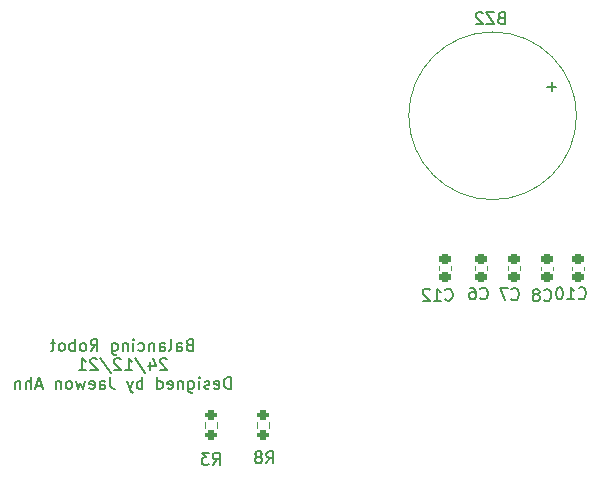
<source format=gbo>
%TF.GenerationSoftware,KiCad,Pcbnew,8.0.5*%
%TF.CreationDate,2024-12-24T01:11:55+09:00*%
%TF.ProjectId,Balancing_robot,42616c61-6e63-4696-9e67-5f726f626f74,rev?*%
%TF.SameCoordinates,Original*%
%TF.FileFunction,Legend,Bot*%
%TF.FilePolarity,Positive*%
%FSLAX46Y46*%
G04 Gerber Fmt 4.6, Leading zero omitted, Abs format (unit mm)*
G04 Created by KiCad (PCBNEW 8.0.5) date 2024-12-24 01:11:55*
%MOMM*%
%LPD*%
G01*
G04 APERTURE LIST*
G04 Aperture macros list*
%AMRoundRect*
0 Rectangle with rounded corners*
0 $1 Rounding radius*
0 $2 $3 $4 $5 $6 $7 $8 $9 X,Y pos of 4 corners*
0 Add a 4 corners polygon primitive as box body*
4,1,4,$2,$3,$4,$5,$6,$7,$8,$9,$2,$3,0*
0 Add four circle primitives for the rounded corners*
1,1,$1+$1,$2,$3*
1,1,$1+$1,$4,$5*
1,1,$1+$1,$6,$7*
1,1,$1+$1,$8,$9*
0 Add four rect primitives between the rounded corners*
20,1,$1+$1,$2,$3,$4,$5,0*
20,1,$1+$1,$4,$5,$6,$7,0*
20,1,$1+$1,$6,$7,$8,$9,0*
20,1,$1+$1,$8,$9,$2,$3,0*%
G04 Aperture macros list end*
%ADD10C,0.150000*%
%ADD11C,0.120000*%
%ADD12C,0.010000*%
%ADD13C,1.524000*%
%ADD14O,1.504000X1.154000*%
%ADD15C,3.200000*%
%ADD16C,2.000000*%
%ADD17R,1.700000X1.700000*%
%ADD18O,1.700000X1.700000*%
%ADD19RoundRect,0.250000X-0.675000X0.600000X-0.675000X-0.600000X0.675000X-0.600000X0.675000X0.600000X0*%
%ADD20O,1.850000X1.700000*%
%ADD21C,1.500000*%
%ADD22R,2.000000X2.000000*%
%ADD23RoundRect,0.225000X-0.250000X0.225000X-0.250000X-0.225000X0.250000X-0.225000X0.250000X0.225000X0*%
%ADD24RoundRect,0.200000X-0.275000X0.200000X-0.275000X-0.200000X0.275000X-0.200000X0.275000X0.200000X0*%
%ADD25RoundRect,0.200000X0.275000X-0.200000X0.275000X0.200000X-0.275000X0.200000X-0.275000X-0.200000X0*%
G04 APERTURE END LIST*
D10*
X114397857Y-93846065D02*
X114255000Y-93893684D01*
X114255000Y-93893684D02*
X114207381Y-93941303D01*
X114207381Y-93941303D02*
X114159762Y-94036541D01*
X114159762Y-94036541D02*
X114159762Y-94179398D01*
X114159762Y-94179398D02*
X114207381Y-94274636D01*
X114207381Y-94274636D02*
X114255000Y-94322256D01*
X114255000Y-94322256D02*
X114350238Y-94369875D01*
X114350238Y-94369875D02*
X114731190Y-94369875D01*
X114731190Y-94369875D02*
X114731190Y-93369875D01*
X114731190Y-93369875D02*
X114397857Y-93369875D01*
X114397857Y-93369875D02*
X114302619Y-93417494D01*
X114302619Y-93417494D02*
X114255000Y-93465113D01*
X114255000Y-93465113D02*
X114207381Y-93560351D01*
X114207381Y-93560351D02*
X114207381Y-93655589D01*
X114207381Y-93655589D02*
X114255000Y-93750827D01*
X114255000Y-93750827D02*
X114302619Y-93798446D01*
X114302619Y-93798446D02*
X114397857Y-93846065D01*
X114397857Y-93846065D02*
X114731190Y-93846065D01*
X113302619Y-94369875D02*
X113302619Y-93846065D01*
X113302619Y-93846065D02*
X113350238Y-93750827D01*
X113350238Y-93750827D02*
X113445476Y-93703208D01*
X113445476Y-93703208D02*
X113635952Y-93703208D01*
X113635952Y-93703208D02*
X113731190Y-93750827D01*
X113302619Y-94322256D02*
X113397857Y-94369875D01*
X113397857Y-94369875D02*
X113635952Y-94369875D01*
X113635952Y-94369875D02*
X113731190Y-94322256D01*
X113731190Y-94322256D02*
X113778809Y-94227017D01*
X113778809Y-94227017D02*
X113778809Y-94131779D01*
X113778809Y-94131779D02*
X113731190Y-94036541D01*
X113731190Y-94036541D02*
X113635952Y-93988922D01*
X113635952Y-93988922D02*
X113397857Y-93988922D01*
X113397857Y-93988922D02*
X113302619Y-93941303D01*
X112683571Y-94369875D02*
X112778809Y-94322256D01*
X112778809Y-94322256D02*
X112826428Y-94227017D01*
X112826428Y-94227017D02*
X112826428Y-93369875D01*
X111874047Y-94369875D02*
X111874047Y-93846065D01*
X111874047Y-93846065D02*
X111921666Y-93750827D01*
X111921666Y-93750827D02*
X112016904Y-93703208D01*
X112016904Y-93703208D02*
X112207380Y-93703208D01*
X112207380Y-93703208D02*
X112302618Y-93750827D01*
X111874047Y-94322256D02*
X111969285Y-94369875D01*
X111969285Y-94369875D02*
X112207380Y-94369875D01*
X112207380Y-94369875D02*
X112302618Y-94322256D01*
X112302618Y-94322256D02*
X112350237Y-94227017D01*
X112350237Y-94227017D02*
X112350237Y-94131779D01*
X112350237Y-94131779D02*
X112302618Y-94036541D01*
X112302618Y-94036541D02*
X112207380Y-93988922D01*
X112207380Y-93988922D02*
X111969285Y-93988922D01*
X111969285Y-93988922D02*
X111874047Y-93941303D01*
X111397856Y-93703208D02*
X111397856Y-94369875D01*
X111397856Y-93798446D02*
X111350237Y-93750827D01*
X111350237Y-93750827D02*
X111254999Y-93703208D01*
X111254999Y-93703208D02*
X111112142Y-93703208D01*
X111112142Y-93703208D02*
X111016904Y-93750827D01*
X111016904Y-93750827D02*
X110969285Y-93846065D01*
X110969285Y-93846065D02*
X110969285Y-94369875D01*
X110064523Y-94322256D02*
X110159761Y-94369875D01*
X110159761Y-94369875D02*
X110350237Y-94369875D01*
X110350237Y-94369875D02*
X110445475Y-94322256D01*
X110445475Y-94322256D02*
X110493094Y-94274636D01*
X110493094Y-94274636D02*
X110540713Y-94179398D01*
X110540713Y-94179398D02*
X110540713Y-93893684D01*
X110540713Y-93893684D02*
X110493094Y-93798446D01*
X110493094Y-93798446D02*
X110445475Y-93750827D01*
X110445475Y-93750827D02*
X110350237Y-93703208D01*
X110350237Y-93703208D02*
X110159761Y-93703208D01*
X110159761Y-93703208D02*
X110064523Y-93750827D01*
X109635951Y-94369875D02*
X109635951Y-93703208D01*
X109635951Y-93369875D02*
X109683570Y-93417494D01*
X109683570Y-93417494D02*
X109635951Y-93465113D01*
X109635951Y-93465113D02*
X109588332Y-93417494D01*
X109588332Y-93417494D02*
X109635951Y-93369875D01*
X109635951Y-93369875D02*
X109635951Y-93465113D01*
X109159761Y-93703208D02*
X109159761Y-94369875D01*
X109159761Y-93798446D02*
X109112142Y-93750827D01*
X109112142Y-93750827D02*
X109016904Y-93703208D01*
X109016904Y-93703208D02*
X108874047Y-93703208D01*
X108874047Y-93703208D02*
X108778809Y-93750827D01*
X108778809Y-93750827D02*
X108731190Y-93846065D01*
X108731190Y-93846065D02*
X108731190Y-94369875D01*
X107826428Y-93703208D02*
X107826428Y-94512732D01*
X107826428Y-94512732D02*
X107874047Y-94607970D01*
X107874047Y-94607970D02*
X107921666Y-94655589D01*
X107921666Y-94655589D02*
X108016904Y-94703208D01*
X108016904Y-94703208D02*
X108159761Y-94703208D01*
X108159761Y-94703208D02*
X108254999Y-94655589D01*
X107826428Y-94322256D02*
X107921666Y-94369875D01*
X107921666Y-94369875D02*
X108112142Y-94369875D01*
X108112142Y-94369875D02*
X108207380Y-94322256D01*
X108207380Y-94322256D02*
X108254999Y-94274636D01*
X108254999Y-94274636D02*
X108302618Y-94179398D01*
X108302618Y-94179398D02*
X108302618Y-93893684D01*
X108302618Y-93893684D02*
X108254999Y-93798446D01*
X108254999Y-93798446D02*
X108207380Y-93750827D01*
X108207380Y-93750827D02*
X108112142Y-93703208D01*
X108112142Y-93703208D02*
X107921666Y-93703208D01*
X107921666Y-93703208D02*
X107826428Y-93750827D01*
X106016904Y-94369875D02*
X106350237Y-93893684D01*
X106588332Y-94369875D02*
X106588332Y-93369875D01*
X106588332Y-93369875D02*
X106207380Y-93369875D01*
X106207380Y-93369875D02*
X106112142Y-93417494D01*
X106112142Y-93417494D02*
X106064523Y-93465113D01*
X106064523Y-93465113D02*
X106016904Y-93560351D01*
X106016904Y-93560351D02*
X106016904Y-93703208D01*
X106016904Y-93703208D02*
X106064523Y-93798446D01*
X106064523Y-93798446D02*
X106112142Y-93846065D01*
X106112142Y-93846065D02*
X106207380Y-93893684D01*
X106207380Y-93893684D02*
X106588332Y-93893684D01*
X105445475Y-94369875D02*
X105540713Y-94322256D01*
X105540713Y-94322256D02*
X105588332Y-94274636D01*
X105588332Y-94274636D02*
X105635951Y-94179398D01*
X105635951Y-94179398D02*
X105635951Y-93893684D01*
X105635951Y-93893684D02*
X105588332Y-93798446D01*
X105588332Y-93798446D02*
X105540713Y-93750827D01*
X105540713Y-93750827D02*
X105445475Y-93703208D01*
X105445475Y-93703208D02*
X105302618Y-93703208D01*
X105302618Y-93703208D02*
X105207380Y-93750827D01*
X105207380Y-93750827D02*
X105159761Y-93798446D01*
X105159761Y-93798446D02*
X105112142Y-93893684D01*
X105112142Y-93893684D02*
X105112142Y-94179398D01*
X105112142Y-94179398D02*
X105159761Y-94274636D01*
X105159761Y-94274636D02*
X105207380Y-94322256D01*
X105207380Y-94322256D02*
X105302618Y-94369875D01*
X105302618Y-94369875D02*
X105445475Y-94369875D01*
X104683570Y-94369875D02*
X104683570Y-93369875D01*
X104683570Y-93750827D02*
X104588332Y-93703208D01*
X104588332Y-93703208D02*
X104397856Y-93703208D01*
X104397856Y-93703208D02*
X104302618Y-93750827D01*
X104302618Y-93750827D02*
X104254999Y-93798446D01*
X104254999Y-93798446D02*
X104207380Y-93893684D01*
X104207380Y-93893684D02*
X104207380Y-94179398D01*
X104207380Y-94179398D02*
X104254999Y-94274636D01*
X104254999Y-94274636D02*
X104302618Y-94322256D01*
X104302618Y-94322256D02*
X104397856Y-94369875D01*
X104397856Y-94369875D02*
X104588332Y-94369875D01*
X104588332Y-94369875D02*
X104683570Y-94322256D01*
X103635951Y-94369875D02*
X103731189Y-94322256D01*
X103731189Y-94322256D02*
X103778808Y-94274636D01*
X103778808Y-94274636D02*
X103826427Y-94179398D01*
X103826427Y-94179398D02*
X103826427Y-93893684D01*
X103826427Y-93893684D02*
X103778808Y-93798446D01*
X103778808Y-93798446D02*
X103731189Y-93750827D01*
X103731189Y-93750827D02*
X103635951Y-93703208D01*
X103635951Y-93703208D02*
X103493094Y-93703208D01*
X103493094Y-93703208D02*
X103397856Y-93750827D01*
X103397856Y-93750827D02*
X103350237Y-93798446D01*
X103350237Y-93798446D02*
X103302618Y-93893684D01*
X103302618Y-93893684D02*
X103302618Y-94179398D01*
X103302618Y-94179398D02*
X103350237Y-94274636D01*
X103350237Y-94274636D02*
X103397856Y-94322256D01*
X103397856Y-94322256D02*
X103493094Y-94369875D01*
X103493094Y-94369875D02*
X103635951Y-94369875D01*
X103016903Y-93703208D02*
X102635951Y-93703208D01*
X102874046Y-93369875D02*
X102874046Y-94227017D01*
X102874046Y-94227017D02*
X102826427Y-94322256D01*
X102826427Y-94322256D02*
X102731189Y-94369875D01*
X102731189Y-94369875D02*
X102635951Y-94369875D01*
X112469285Y-95075057D02*
X112421666Y-95027438D01*
X112421666Y-95027438D02*
X112326428Y-94979819D01*
X112326428Y-94979819D02*
X112088333Y-94979819D01*
X112088333Y-94979819D02*
X111993095Y-95027438D01*
X111993095Y-95027438D02*
X111945476Y-95075057D01*
X111945476Y-95075057D02*
X111897857Y-95170295D01*
X111897857Y-95170295D02*
X111897857Y-95265533D01*
X111897857Y-95265533D02*
X111945476Y-95408390D01*
X111945476Y-95408390D02*
X112516904Y-95979819D01*
X112516904Y-95979819D02*
X111897857Y-95979819D01*
X111040714Y-95313152D02*
X111040714Y-95979819D01*
X111278809Y-94932200D02*
X111516904Y-95646485D01*
X111516904Y-95646485D02*
X110897857Y-95646485D01*
X109802619Y-94932200D02*
X110659761Y-96217914D01*
X108945476Y-95979819D02*
X109516904Y-95979819D01*
X109231190Y-95979819D02*
X109231190Y-94979819D01*
X109231190Y-94979819D02*
X109326428Y-95122676D01*
X109326428Y-95122676D02*
X109421666Y-95217914D01*
X109421666Y-95217914D02*
X109516904Y-95265533D01*
X108564523Y-95075057D02*
X108516904Y-95027438D01*
X108516904Y-95027438D02*
X108421666Y-94979819D01*
X108421666Y-94979819D02*
X108183571Y-94979819D01*
X108183571Y-94979819D02*
X108088333Y-95027438D01*
X108088333Y-95027438D02*
X108040714Y-95075057D01*
X108040714Y-95075057D02*
X107993095Y-95170295D01*
X107993095Y-95170295D02*
X107993095Y-95265533D01*
X107993095Y-95265533D02*
X108040714Y-95408390D01*
X108040714Y-95408390D02*
X108612142Y-95979819D01*
X108612142Y-95979819D02*
X107993095Y-95979819D01*
X106850238Y-94932200D02*
X107707380Y-96217914D01*
X106564523Y-95075057D02*
X106516904Y-95027438D01*
X106516904Y-95027438D02*
X106421666Y-94979819D01*
X106421666Y-94979819D02*
X106183571Y-94979819D01*
X106183571Y-94979819D02*
X106088333Y-95027438D01*
X106088333Y-95027438D02*
X106040714Y-95075057D01*
X106040714Y-95075057D02*
X105993095Y-95170295D01*
X105993095Y-95170295D02*
X105993095Y-95265533D01*
X105993095Y-95265533D02*
X106040714Y-95408390D01*
X106040714Y-95408390D02*
X106612142Y-95979819D01*
X106612142Y-95979819D02*
X105993095Y-95979819D01*
X105040714Y-95979819D02*
X105612142Y-95979819D01*
X105326428Y-95979819D02*
X105326428Y-94979819D01*
X105326428Y-94979819D02*
X105421666Y-95122676D01*
X105421666Y-95122676D02*
X105516904Y-95217914D01*
X105516904Y-95217914D02*
X105612142Y-95265533D01*
X117874048Y-97589763D02*
X117874048Y-96589763D01*
X117874048Y-96589763D02*
X117635953Y-96589763D01*
X117635953Y-96589763D02*
X117493096Y-96637382D01*
X117493096Y-96637382D02*
X117397858Y-96732620D01*
X117397858Y-96732620D02*
X117350239Y-96827858D01*
X117350239Y-96827858D02*
X117302620Y-97018334D01*
X117302620Y-97018334D02*
X117302620Y-97161191D01*
X117302620Y-97161191D02*
X117350239Y-97351667D01*
X117350239Y-97351667D02*
X117397858Y-97446905D01*
X117397858Y-97446905D02*
X117493096Y-97542144D01*
X117493096Y-97542144D02*
X117635953Y-97589763D01*
X117635953Y-97589763D02*
X117874048Y-97589763D01*
X116493096Y-97542144D02*
X116588334Y-97589763D01*
X116588334Y-97589763D02*
X116778810Y-97589763D01*
X116778810Y-97589763D02*
X116874048Y-97542144D01*
X116874048Y-97542144D02*
X116921667Y-97446905D01*
X116921667Y-97446905D02*
X116921667Y-97065953D01*
X116921667Y-97065953D02*
X116874048Y-96970715D01*
X116874048Y-96970715D02*
X116778810Y-96923096D01*
X116778810Y-96923096D02*
X116588334Y-96923096D01*
X116588334Y-96923096D02*
X116493096Y-96970715D01*
X116493096Y-96970715D02*
X116445477Y-97065953D01*
X116445477Y-97065953D02*
X116445477Y-97161191D01*
X116445477Y-97161191D02*
X116921667Y-97256429D01*
X116064524Y-97542144D02*
X115969286Y-97589763D01*
X115969286Y-97589763D02*
X115778810Y-97589763D01*
X115778810Y-97589763D02*
X115683572Y-97542144D01*
X115683572Y-97542144D02*
X115635953Y-97446905D01*
X115635953Y-97446905D02*
X115635953Y-97399286D01*
X115635953Y-97399286D02*
X115683572Y-97304048D01*
X115683572Y-97304048D02*
X115778810Y-97256429D01*
X115778810Y-97256429D02*
X115921667Y-97256429D01*
X115921667Y-97256429D02*
X116016905Y-97208810D01*
X116016905Y-97208810D02*
X116064524Y-97113572D01*
X116064524Y-97113572D02*
X116064524Y-97065953D01*
X116064524Y-97065953D02*
X116016905Y-96970715D01*
X116016905Y-96970715D02*
X115921667Y-96923096D01*
X115921667Y-96923096D02*
X115778810Y-96923096D01*
X115778810Y-96923096D02*
X115683572Y-96970715D01*
X115207381Y-97589763D02*
X115207381Y-96923096D01*
X115207381Y-96589763D02*
X115255000Y-96637382D01*
X115255000Y-96637382D02*
X115207381Y-96685001D01*
X115207381Y-96685001D02*
X115159762Y-96637382D01*
X115159762Y-96637382D02*
X115207381Y-96589763D01*
X115207381Y-96589763D02*
X115207381Y-96685001D01*
X114302620Y-96923096D02*
X114302620Y-97732620D01*
X114302620Y-97732620D02*
X114350239Y-97827858D01*
X114350239Y-97827858D02*
X114397858Y-97875477D01*
X114397858Y-97875477D02*
X114493096Y-97923096D01*
X114493096Y-97923096D02*
X114635953Y-97923096D01*
X114635953Y-97923096D02*
X114731191Y-97875477D01*
X114302620Y-97542144D02*
X114397858Y-97589763D01*
X114397858Y-97589763D02*
X114588334Y-97589763D01*
X114588334Y-97589763D02*
X114683572Y-97542144D01*
X114683572Y-97542144D02*
X114731191Y-97494524D01*
X114731191Y-97494524D02*
X114778810Y-97399286D01*
X114778810Y-97399286D02*
X114778810Y-97113572D01*
X114778810Y-97113572D02*
X114731191Y-97018334D01*
X114731191Y-97018334D02*
X114683572Y-96970715D01*
X114683572Y-96970715D02*
X114588334Y-96923096D01*
X114588334Y-96923096D02*
X114397858Y-96923096D01*
X114397858Y-96923096D02*
X114302620Y-96970715D01*
X113826429Y-96923096D02*
X113826429Y-97589763D01*
X113826429Y-97018334D02*
X113778810Y-96970715D01*
X113778810Y-96970715D02*
X113683572Y-96923096D01*
X113683572Y-96923096D02*
X113540715Y-96923096D01*
X113540715Y-96923096D02*
X113445477Y-96970715D01*
X113445477Y-96970715D02*
X113397858Y-97065953D01*
X113397858Y-97065953D02*
X113397858Y-97589763D01*
X112540715Y-97542144D02*
X112635953Y-97589763D01*
X112635953Y-97589763D02*
X112826429Y-97589763D01*
X112826429Y-97589763D02*
X112921667Y-97542144D01*
X112921667Y-97542144D02*
X112969286Y-97446905D01*
X112969286Y-97446905D02*
X112969286Y-97065953D01*
X112969286Y-97065953D02*
X112921667Y-96970715D01*
X112921667Y-96970715D02*
X112826429Y-96923096D01*
X112826429Y-96923096D02*
X112635953Y-96923096D01*
X112635953Y-96923096D02*
X112540715Y-96970715D01*
X112540715Y-96970715D02*
X112493096Y-97065953D01*
X112493096Y-97065953D02*
X112493096Y-97161191D01*
X112493096Y-97161191D02*
X112969286Y-97256429D01*
X111635953Y-97589763D02*
X111635953Y-96589763D01*
X111635953Y-97542144D02*
X111731191Y-97589763D01*
X111731191Y-97589763D02*
X111921667Y-97589763D01*
X111921667Y-97589763D02*
X112016905Y-97542144D01*
X112016905Y-97542144D02*
X112064524Y-97494524D01*
X112064524Y-97494524D02*
X112112143Y-97399286D01*
X112112143Y-97399286D02*
X112112143Y-97113572D01*
X112112143Y-97113572D02*
X112064524Y-97018334D01*
X112064524Y-97018334D02*
X112016905Y-96970715D01*
X112016905Y-96970715D02*
X111921667Y-96923096D01*
X111921667Y-96923096D02*
X111731191Y-96923096D01*
X111731191Y-96923096D02*
X111635953Y-96970715D01*
X110397857Y-97589763D02*
X110397857Y-96589763D01*
X110397857Y-96970715D02*
X110302619Y-96923096D01*
X110302619Y-96923096D02*
X110112143Y-96923096D01*
X110112143Y-96923096D02*
X110016905Y-96970715D01*
X110016905Y-96970715D02*
X109969286Y-97018334D01*
X109969286Y-97018334D02*
X109921667Y-97113572D01*
X109921667Y-97113572D02*
X109921667Y-97399286D01*
X109921667Y-97399286D02*
X109969286Y-97494524D01*
X109969286Y-97494524D02*
X110016905Y-97542144D01*
X110016905Y-97542144D02*
X110112143Y-97589763D01*
X110112143Y-97589763D02*
X110302619Y-97589763D01*
X110302619Y-97589763D02*
X110397857Y-97542144D01*
X109588333Y-96923096D02*
X109350238Y-97589763D01*
X109112143Y-96923096D02*
X109350238Y-97589763D01*
X109350238Y-97589763D02*
X109445476Y-97827858D01*
X109445476Y-97827858D02*
X109493095Y-97875477D01*
X109493095Y-97875477D02*
X109588333Y-97923096D01*
X107683571Y-96589763D02*
X107683571Y-97304048D01*
X107683571Y-97304048D02*
X107731190Y-97446905D01*
X107731190Y-97446905D02*
X107826428Y-97542144D01*
X107826428Y-97542144D02*
X107969285Y-97589763D01*
X107969285Y-97589763D02*
X108064523Y-97589763D01*
X106778809Y-97589763D02*
X106778809Y-97065953D01*
X106778809Y-97065953D02*
X106826428Y-96970715D01*
X106826428Y-96970715D02*
X106921666Y-96923096D01*
X106921666Y-96923096D02*
X107112142Y-96923096D01*
X107112142Y-96923096D02*
X107207380Y-96970715D01*
X106778809Y-97542144D02*
X106874047Y-97589763D01*
X106874047Y-97589763D02*
X107112142Y-97589763D01*
X107112142Y-97589763D02*
X107207380Y-97542144D01*
X107207380Y-97542144D02*
X107254999Y-97446905D01*
X107254999Y-97446905D02*
X107254999Y-97351667D01*
X107254999Y-97351667D02*
X107207380Y-97256429D01*
X107207380Y-97256429D02*
X107112142Y-97208810D01*
X107112142Y-97208810D02*
X106874047Y-97208810D01*
X106874047Y-97208810D02*
X106778809Y-97161191D01*
X105921666Y-97542144D02*
X106016904Y-97589763D01*
X106016904Y-97589763D02*
X106207380Y-97589763D01*
X106207380Y-97589763D02*
X106302618Y-97542144D01*
X106302618Y-97542144D02*
X106350237Y-97446905D01*
X106350237Y-97446905D02*
X106350237Y-97065953D01*
X106350237Y-97065953D02*
X106302618Y-96970715D01*
X106302618Y-96970715D02*
X106207380Y-96923096D01*
X106207380Y-96923096D02*
X106016904Y-96923096D01*
X106016904Y-96923096D02*
X105921666Y-96970715D01*
X105921666Y-96970715D02*
X105874047Y-97065953D01*
X105874047Y-97065953D02*
X105874047Y-97161191D01*
X105874047Y-97161191D02*
X106350237Y-97256429D01*
X105540713Y-96923096D02*
X105350237Y-97589763D01*
X105350237Y-97589763D02*
X105159761Y-97113572D01*
X105159761Y-97113572D02*
X104969285Y-97589763D01*
X104969285Y-97589763D02*
X104778809Y-96923096D01*
X104254999Y-97589763D02*
X104350237Y-97542144D01*
X104350237Y-97542144D02*
X104397856Y-97494524D01*
X104397856Y-97494524D02*
X104445475Y-97399286D01*
X104445475Y-97399286D02*
X104445475Y-97113572D01*
X104445475Y-97113572D02*
X104397856Y-97018334D01*
X104397856Y-97018334D02*
X104350237Y-96970715D01*
X104350237Y-96970715D02*
X104254999Y-96923096D01*
X104254999Y-96923096D02*
X104112142Y-96923096D01*
X104112142Y-96923096D02*
X104016904Y-96970715D01*
X104016904Y-96970715D02*
X103969285Y-97018334D01*
X103969285Y-97018334D02*
X103921666Y-97113572D01*
X103921666Y-97113572D02*
X103921666Y-97399286D01*
X103921666Y-97399286D02*
X103969285Y-97494524D01*
X103969285Y-97494524D02*
X104016904Y-97542144D01*
X104016904Y-97542144D02*
X104112142Y-97589763D01*
X104112142Y-97589763D02*
X104254999Y-97589763D01*
X103493094Y-96923096D02*
X103493094Y-97589763D01*
X103493094Y-97018334D02*
X103445475Y-96970715D01*
X103445475Y-96970715D02*
X103350237Y-96923096D01*
X103350237Y-96923096D02*
X103207380Y-96923096D01*
X103207380Y-96923096D02*
X103112142Y-96970715D01*
X103112142Y-96970715D02*
X103064523Y-97065953D01*
X103064523Y-97065953D02*
X103064523Y-97589763D01*
X101874046Y-97304048D02*
X101397856Y-97304048D01*
X101969284Y-97589763D02*
X101635951Y-96589763D01*
X101635951Y-96589763D02*
X101302618Y-97589763D01*
X100969284Y-97589763D02*
X100969284Y-96589763D01*
X100540713Y-97589763D02*
X100540713Y-97065953D01*
X100540713Y-97065953D02*
X100588332Y-96970715D01*
X100588332Y-96970715D02*
X100683570Y-96923096D01*
X100683570Y-96923096D02*
X100826427Y-96923096D01*
X100826427Y-96923096D02*
X100921665Y-96970715D01*
X100921665Y-96970715D02*
X100969284Y-97018334D01*
X100064522Y-96923096D02*
X100064522Y-97589763D01*
X100064522Y-97018334D02*
X100016903Y-96970715D01*
X100016903Y-96970715D02*
X99921665Y-96923096D01*
X99921665Y-96923096D02*
X99778808Y-96923096D01*
X99778808Y-96923096D02*
X99683570Y-96970715D01*
X99683570Y-96970715D02*
X99635951Y-97065953D01*
X99635951Y-97065953D02*
X99635951Y-97589763D01*
X140775952Y-66156009D02*
X140633095Y-66203628D01*
X140633095Y-66203628D02*
X140585476Y-66251247D01*
X140585476Y-66251247D02*
X140537857Y-66346485D01*
X140537857Y-66346485D02*
X140537857Y-66489342D01*
X140537857Y-66489342D02*
X140585476Y-66584580D01*
X140585476Y-66584580D02*
X140633095Y-66632200D01*
X140633095Y-66632200D02*
X140728333Y-66679819D01*
X140728333Y-66679819D02*
X141109285Y-66679819D01*
X141109285Y-66679819D02*
X141109285Y-65679819D01*
X141109285Y-65679819D02*
X140775952Y-65679819D01*
X140775952Y-65679819D02*
X140680714Y-65727438D01*
X140680714Y-65727438D02*
X140633095Y-65775057D01*
X140633095Y-65775057D02*
X140585476Y-65870295D01*
X140585476Y-65870295D02*
X140585476Y-65965533D01*
X140585476Y-65965533D02*
X140633095Y-66060771D01*
X140633095Y-66060771D02*
X140680714Y-66108390D01*
X140680714Y-66108390D02*
X140775952Y-66156009D01*
X140775952Y-66156009D02*
X141109285Y-66156009D01*
X140204523Y-65679819D02*
X139537857Y-65679819D01*
X139537857Y-65679819D02*
X140204523Y-66679819D01*
X140204523Y-66679819D02*
X139537857Y-66679819D01*
X139204523Y-65775057D02*
X139156904Y-65727438D01*
X139156904Y-65727438D02*
X139061666Y-65679819D01*
X139061666Y-65679819D02*
X138823571Y-65679819D01*
X138823571Y-65679819D02*
X138728333Y-65727438D01*
X138728333Y-65727438D02*
X138680714Y-65775057D01*
X138680714Y-65775057D02*
X138633095Y-65870295D01*
X138633095Y-65870295D02*
X138633095Y-65965533D01*
X138633095Y-65965533D02*
X138680714Y-66108390D01*
X138680714Y-66108390D02*
X139252142Y-66679819D01*
X139252142Y-66679819D02*
X138633095Y-66679819D01*
X145445951Y-71988866D02*
X144684047Y-71988866D01*
X145064999Y-72369819D02*
X145064999Y-71607914D01*
X136047857Y-90004580D02*
X136095476Y-90052200D01*
X136095476Y-90052200D02*
X136238333Y-90099819D01*
X136238333Y-90099819D02*
X136333571Y-90099819D01*
X136333571Y-90099819D02*
X136476428Y-90052200D01*
X136476428Y-90052200D02*
X136571666Y-89956961D01*
X136571666Y-89956961D02*
X136619285Y-89861723D01*
X136619285Y-89861723D02*
X136666904Y-89671247D01*
X136666904Y-89671247D02*
X136666904Y-89528390D01*
X136666904Y-89528390D02*
X136619285Y-89337914D01*
X136619285Y-89337914D02*
X136571666Y-89242676D01*
X136571666Y-89242676D02*
X136476428Y-89147438D01*
X136476428Y-89147438D02*
X136333571Y-89099819D01*
X136333571Y-89099819D02*
X136238333Y-89099819D01*
X136238333Y-89099819D02*
X136095476Y-89147438D01*
X136095476Y-89147438D02*
X136047857Y-89195057D01*
X135095476Y-90099819D02*
X135666904Y-90099819D01*
X135381190Y-90099819D02*
X135381190Y-89099819D01*
X135381190Y-89099819D02*
X135476428Y-89242676D01*
X135476428Y-89242676D02*
X135571666Y-89337914D01*
X135571666Y-89337914D02*
X135666904Y-89385533D01*
X134714523Y-89195057D02*
X134666904Y-89147438D01*
X134666904Y-89147438D02*
X134571666Y-89099819D01*
X134571666Y-89099819D02*
X134333571Y-89099819D01*
X134333571Y-89099819D02*
X134238333Y-89147438D01*
X134238333Y-89147438D02*
X134190714Y-89195057D01*
X134190714Y-89195057D02*
X134143095Y-89290295D01*
X134143095Y-89290295D02*
X134143095Y-89385533D01*
X134143095Y-89385533D02*
X134190714Y-89528390D01*
X134190714Y-89528390D02*
X134762142Y-90099819D01*
X134762142Y-90099819D02*
X134143095Y-90099819D01*
X116376666Y-103999819D02*
X116709999Y-103523628D01*
X116948094Y-103999819D02*
X116948094Y-102999819D01*
X116948094Y-102999819D02*
X116567142Y-102999819D01*
X116567142Y-102999819D02*
X116471904Y-103047438D01*
X116471904Y-103047438D02*
X116424285Y-103095057D01*
X116424285Y-103095057D02*
X116376666Y-103190295D01*
X116376666Y-103190295D02*
X116376666Y-103333152D01*
X116376666Y-103333152D02*
X116424285Y-103428390D01*
X116424285Y-103428390D02*
X116471904Y-103476009D01*
X116471904Y-103476009D02*
X116567142Y-103523628D01*
X116567142Y-103523628D02*
X116948094Y-103523628D01*
X116043332Y-102999819D02*
X115424285Y-102999819D01*
X115424285Y-102999819D02*
X115757618Y-103380771D01*
X115757618Y-103380771D02*
X115614761Y-103380771D01*
X115614761Y-103380771D02*
X115519523Y-103428390D01*
X115519523Y-103428390D02*
X115471904Y-103476009D01*
X115471904Y-103476009D02*
X115424285Y-103571247D01*
X115424285Y-103571247D02*
X115424285Y-103809342D01*
X115424285Y-103809342D02*
X115471904Y-103904580D01*
X115471904Y-103904580D02*
X115519523Y-103952200D01*
X115519523Y-103952200D02*
X115614761Y-103999819D01*
X115614761Y-103999819D02*
X115900475Y-103999819D01*
X115900475Y-103999819D02*
X115995713Y-103952200D01*
X115995713Y-103952200D02*
X116043332Y-103904580D01*
X139021666Y-89909580D02*
X139069285Y-89957200D01*
X139069285Y-89957200D02*
X139212142Y-90004819D01*
X139212142Y-90004819D02*
X139307380Y-90004819D01*
X139307380Y-90004819D02*
X139450237Y-89957200D01*
X139450237Y-89957200D02*
X139545475Y-89861961D01*
X139545475Y-89861961D02*
X139593094Y-89766723D01*
X139593094Y-89766723D02*
X139640713Y-89576247D01*
X139640713Y-89576247D02*
X139640713Y-89433390D01*
X139640713Y-89433390D02*
X139593094Y-89242914D01*
X139593094Y-89242914D02*
X139545475Y-89147676D01*
X139545475Y-89147676D02*
X139450237Y-89052438D01*
X139450237Y-89052438D02*
X139307380Y-89004819D01*
X139307380Y-89004819D02*
X139212142Y-89004819D01*
X139212142Y-89004819D02*
X139069285Y-89052438D01*
X139069285Y-89052438D02*
X139021666Y-89100057D01*
X138164523Y-89004819D02*
X138354999Y-89004819D01*
X138354999Y-89004819D02*
X138450237Y-89052438D01*
X138450237Y-89052438D02*
X138497856Y-89100057D01*
X138497856Y-89100057D02*
X138593094Y-89242914D01*
X138593094Y-89242914D02*
X138640713Y-89433390D01*
X138640713Y-89433390D02*
X138640713Y-89814342D01*
X138640713Y-89814342D02*
X138593094Y-89909580D01*
X138593094Y-89909580D02*
X138545475Y-89957200D01*
X138545475Y-89957200D02*
X138450237Y-90004819D01*
X138450237Y-90004819D02*
X138259761Y-90004819D01*
X138259761Y-90004819D02*
X138164523Y-89957200D01*
X138164523Y-89957200D02*
X138116904Y-89909580D01*
X138116904Y-89909580D02*
X138069285Y-89814342D01*
X138069285Y-89814342D02*
X138069285Y-89576247D01*
X138069285Y-89576247D02*
X138116904Y-89481009D01*
X138116904Y-89481009D02*
X138164523Y-89433390D01*
X138164523Y-89433390D02*
X138259761Y-89385771D01*
X138259761Y-89385771D02*
X138450237Y-89385771D01*
X138450237Y-89385771D02*
X138545475Y-89433390D01*
X138545475Y-89433390D02*
X138593094Y-89481009D01*
X138593094Y-89481009D02*
X138640713Y-89576247D01*
X120901666Y-103874819D02*
X121234999Y-103398628D01*
X121473094Y-103874819D02*
X121473094Y-102874819D01*
X121473094Y-102874819D02*
X121092142Y-102874819D01*
X121092142Y-102874819D02*
X120996904Y-102922438D01*
X120996904Y-102922438D02*
X120949285Y-102970057D01*
X120949285Y-102970057D02*
X120901666Y-103065295D01*
X120901666Y-103065295D02*
X120901666Y-103208152D01*
X120901666Y-103208152D02*
X120949285Y-103303390D01*
X120949285Y-103303390D02*
X120996904Y-103351009D01*
X120996904Y-103351009D02*
X121092142Y-103398628D01*
X121092142Y-103398628D02*
X121473094Y-103398628D01*
X120330237Y-103303390D02*
X120425475Y-103255771D01*
X120425475Y-103255771D02*
X120473094Y-103208152D01*
X120473094Y-103208152D02*
X120520713Y-103112914D01*
X120520713Y-103112914D02*
X120520713Y-103065295D01*
X120520713Y-103065295D02*
X120473094Y-102970057D01*
X120473094Y-102970057D02*
X120425475Y-102922438D01*
X120425475Y-102922438D02*
X120330237Y-102874819D01*
X120330237Y-102874819D02*
X120139761Y-102874819D01*
X120139761Y-102874819D02*
X120044523Y-102922438D01*
X120044523Y-102922438D02*
X119996904Y-102970057D01*
X119996904Y-102970057D02*
X119949285Y-103065295D01*
X119949285Y-103065295D02*
X119949285Y-103112914D01*
X119949285Y-103112914D02*
X119996904Y-103208152D01*
X119996904Y-103208152D02*
X120044523Y-103255771D01*
X120044523Y-103255771D02*
X120139761Y-103303390D01*
X120139761Y-103303390D02*
X120330237Y-103303390D01*
X120330237Y-103303390D02*
X120425475Y-103351009D01*
X120425475Y-103351009D02*
X120473094Y-103398628D01*
X120473094Y-103398628D02*
X120520713Y-103493866D01*
X120520713Y-103493866D02*
X120520713Y-103684342D01*
X120520713Y-103684342D02*
X120473094Y-103779580D01*
X120473094Y-103779580D02*
X120425475Y-103827200D01*
X120425475Y-103827200D02*
X120330237Y-103874819D01*
X120330237Y-103874819D02*
X120139761Y-103874819D01*
X120139761Y-103874819D02*
X120044523Y-103827200D01*
X120044523Y-103827200D02*
X119996904Y-103779580D01*
X119996904Y-103779580D02*
X119949285Y-103684342D01*
X119949285Y-103684342D02*
X119949285Y-103493866D01*
X119949285Y-103493866D02*
X119996904Y-103398628D01*
X119996904Y-103398628D02*
X120044523Y-103351009D01*
X120044523Y-103351009D02*
X120139761Y-103303390D01*
X147347857Y-89879580D02*
X147395476Y-89927200D01*
X147395476Y-89927200D02*
X147538333Y-89974819D01*
X147538333Y-89974819D02*
X147633571Y-89974819D01*
X147633571Y-89974819D02*
X147776428Y-89927200D01*
X147776428Y-89927200D02*
X147871666Y-89831961D01*
X147871666Y-89831961D02*
X147919285Y-89736723D01*
X147919285Y-89736723D02*
X147966904Y-89546247D01*
X147966904Y-89546247D02*
X147966904Y-89403390D01*
X147966904Y-89403390D02*
X147919285Y-89212914D01*
X147919285Y-89212914D02*
X147871666Y-89117676D01*
X147871666Y-89117676D02*
X147776428Y-89022438D01*
X147776428Y-89022438D02*
X147633571Y-88974819D01*
X147633571Y-88974819D02*
X147538333Y-88974819D01*
X147538333Y-88974819D02*
X147395476Y-89022438D01*
X147395476Y-89022438D02*
X147347857Y-89070057D01*
X146395476Y-89974819D02*
X146966904Y-89974819D01*
X146681190Y-89974819D02*
X146681190Y-88974819D01*
X146681190Y-88974819D02*
X146776428Y-89117676D01*
X146776428Y-89117676D02*
X146871666Y-89212914D01*
X146871666Y-89212914D02*
X146966904Y-89260533D01*
X145776428Y-88974819D02*
X145681190Y-88974819D01*
X145681190Y-88974819D02*
X145585952Y-89022438D01*
X145585952Y-89022438D02*
X145538333Y-89070057D01*
X145538333Y-89070057D02*
X145490714Y-89165295D01*
X145490714Y-89165295D02*
X145443095Y-89355771D01*
X145443095Y-89355771D02*
X145443095Y-89593866D01*
X145443095Y-89593866D02*
X145490714Y-89784342D01*
X145490714Y-89784342D02*
X145538333Y-89879580D01*
X145538333Y-89879580D02*
X145585952Y-89927200D01*
X145585952Y-89927200D02*
X145681190Y-89974819D01*
X145681190Y-89974819D02*
X145776428Y-89974819D01*
X145776428Y-89974819D02*
X145871666Y-89927200D01*
X145871666Y-89927200D02*
X145919285Y-89879580D01*
X145919285Y-89879580D02*
X145966904Y-89784342D01*
X145966904Y-89784342D02*
X146014523Y-89593866D01*
X146014523Y-89593866D02*
X146014523Y-89355771D01*
X146014523Y-89355771D02*
X145966904Y-89165295D01*
X145966904Y-89165295D02*
X145919285Y-89070057D01*
X145919285Y-89070057D02*
X145871666Y-89022438D01*
X145871666Y-89022438D02*
X145776428Y-88974819D01*
X144411666Y-90049580D02*
X144459285Y-90097200D01*
X144459285Y-90097200D02*
X144602142Y-90144819D01*
X144602142Y-90144819D02*
X144697380Y-90144819D01*
X144697380Y-90144819D02*
X144840237Y-90097200D01*
X144840237Y-90097200D02*
X144935475Y-90001961D01*
X144935475Y-90001961D02*
X144983094Y-89906723D01*
X144983094Y-89906723D02*
X145030713Y-89716247D01*
X145030713Y-89716247D02*
X145030713Y-89573390D01*
X145030713Y-89573390D02*
X144983094Y-89382914D01*
X144983094Y-89382914D02*
X144935475Y-89287676D01*
X144935475Y-89287676D02*
X144840237Y-89192438D01*
X144840237Y-89192438D02*
X144697380Y-89144819D01*
X144697380Y-89144819D02*
X144602142Y-89144819D01*
X144602142Y-89144819D02*
X144459285Y-89192438D01*
X144459285Y-89192438D02*
X144411666Y-89240057D01*
X143840237Y-89573390D02*
X143935475Y-89525771D01*
X143935475Y-89525771D02*
X143983094Y-89478152D01*
X143983094Y-89478152D02*
X144030713Y-89382914D01*
X144030713Y-89382914D02*
X144030713Y-89335295D01*
X144030713Y-89335295D02*
X143983094Y-89240057D01*
X143983094Y-89240057D02*
X143935475Y-89192438D01*
X143935475Y-89192438D02*
X143840237Y-89144819D01*
X143840237Y-89144819D02*
X143649761Y-89144819D01*
X143649761Y-89144819D02*
X143554523Y-89192438D01*
X143554523Y-89192438D02*
X143506904Y-89240057D01*
X143506904Y-89240057D02*
X143459285Y-89335295D01*
X143459285Y-89335295D02*
X143459285Y-89382914D01*
X143459285Y-89382914D02*
X143506904Y-89478152D01*
X143506904Y-89478152D02*
X143554523Y-89525771D01*
X143554523Y-89525771D02*
X143649761Y-89573390D01*
X143649761Y-89573390D02*
X143840237Y-89573390D01*
X143840237Y-89573390D02*
X143935475Y-89621009D01*
X143935475Y-89621009D02*
X143983094Y-89668628D01*
X143983094Y-89668628D02*
X144030713Y-89763866D01*
X144030713Y-89763866D02*
X144030713Y-89954342D01*
X144030713Y-89954342D02*
X143983094Y-90049580D01*
X143983094Y-90049580D02*
X143935475Y-90097200D01*
X143935475Y-90097200D02*
X143840237Y-90144819D01*
X143840237Y-90144819D02*
X143649761Y-90144819D01*
X143649761Y-90144819D02*
X143554523Y-90097200D01*
X143554523Y-90097200D02*
X143506904Y-90049580D01*
X143506904Y-90049580D02*
X143459285Y-89954342D01*
X143459285Y-89954342D02*
X143459285Y-89763866D01*
X143459285Y-89763866D02*
X143506904Y-89668628D01*
X143506904Y-89668628D02*
X143554523Y-89621009D01*
X143554523Y-89621009D02*
X143649761Y-89573390D01*
X141651666Y-89969580D02*
X141699285Y-90017200D01*
X141699285Y-90017200D02*
X141842142Y-90064819D01*
X141842142Y-90064819D02*
X141937380Y-90064819D01*
X141937380Y-90064819D02*
X142080237Y-90017200D01*
X142080237Y-90017200D02*
X142175475Y-89921961D01*
X142175475Y-89921961D02*
X142223094Y-89826723D01*
X142223094Y-89826723D02*
X142270713Y-89636247D01*
X142270713Y-89636247D02*
X142270713Y-89493390D01*
X142270713Y-89493390D02*
X142223094Y-89302914D01*
X142223094Y-89302914D02*
X142175475Y-89207676D01*
X142175475Y-89207676D02*
X142080237Y-89112438D01*
X142080237Y-89112438D02*
X141937380Y-89064819D01*
X141937380Y-89064819D02*
X141842142Y-89064819D01*
X141842142Y-89064819D02*
X141699285Y-89112438D01*
X141699285Y-89112438D02*
X141651666Y-89160057D01*
X141318332Y-89064819D02*
X140651666Y-89064819D01*
X140651666Y-89064819D02*
X141080237Y-90064819D01*
D11*
%TO.C,BZ2*%
X147155000Y-74455000D02*
G75*
G02*
X132955000Y-74455000I-7100000J0D01*
G01*
X132955000Y-74455000D02*
G75*
G02*
X147155000Y-74455000I7100000J0D01*
G01*
%TO.C,C12*%
X135495000Y-87490580D02*
X135495000Y-87209420D01*
X136515000Y-87490580D02*
X136515000Y-87209420D01*
%TO.C,R3*%
X115701700Y-100863858D02*
X115701700Y-100389342D01*
X116746700Y-100863858D02*
X116746700Y-100389342D01*
%TO.C,C6*%
X138545000Y-87490580D02*
X138545000Y-87209420D01*
X139565000Y-87490580D02*
X139565000Y-87209420D01*
%TO.C,R8*%
X120070500Y-100389342D02*
X120070500Y-100863858D01*
X121115500Y-100389342D02*
X121115500Y-100863858D01*
%TO.C,C10*%
X146805000Y-87505580D02*
X146805000Y-87224420D01*
X147825000Y-87505580D02*
X147825000Y-87224420D01*
%TO.C,C8*%
X144115000Y-87505580D02*
X144115000Y-87224420D01*
X145135000Y-87505580D02*
X145135000Y-87224420D01*
%TO.C,C7*%
X141365000Y-87490580D02*
X141365000Y-87209420D01*
X142385000Y-87490580D02*
X142385000Y-87209420D01*
%TD*%
%LPC*%
D12*
%TO.C,J4*%
X118728600Y-58960200D02*
X118753600Y-58962200D01*
X118778600Y-58965200D01*
X118803600Y-58970200D01*
X118828600Y-58976200D01*
X118853600Y-58983200D01*
X118877600Y-58991200D01*
X118900600Y-59001200D01*
X118923600Y-59012200D01*
X118946600Y-59024200D01*
X118968600Y-59038200D01*
X118989600Y-59052200D01*
X119009600Y-59068200D01*
X119028600Y-59084200D01*
X119047600Y-59102200D01*
X119064600Y-59120200D01*
X119081600Y-59140200D01*
X119096600Y-59160200D01*
X119111600Y-59181200D01*
X119124600Y-59203200D01*
X119136600Y-59225200D01*
X119147600Y-59248200D01*
X119157600Y-59272200D01*
X119166600Y-59296200D01*
X119173600Y-59320200D01*
X119179600Y-59345200D01*
X119183600Y-59370200D01*
X119187600Y-59396200D01*
X119189600Y-59421200D01*
X119189600Y-59446200D01*
X119189600Y-60222200D01*
X119189600Y-60247200D01*
X119187600Y-60272200D01*
X119183600Y-60298200D01*
X119179600Y-60323200D01*
X119173600Y-60348200D01*
X119166600Y-60372200D01*
X119157600Y-60396200D01*
X119147600Y-60420200D01*
X119136600Y-60443200D01*
X119124600Y-60465200D01*
X119111600Y-60487200D01*
X119096600Y-60508200D01*
X119081600Y-60528200D01*
X119064600Y-60548200D01*
X119047600Y-60566200D01*
X119028600Y-60584200D01*
X119009600Y-60600200D01*
X118989600Y-60616200D01*
X118968600Y-60630200D01*
X118946600Y-60644200D01*
X118923600Y-60656200D01*
X118900600Y-60667200D01*
X118877600Y-60677200D01*
X118853600Y-60685200D01*
X118828600Y-60692200D01*
X118803600Y-60698200D01*
X118778600Y-60703200D01*
X118753600Y-60706200D01*
X118728600Y-60708200D01*
X118702600Y-60709200D01*
X118676600Y-60708200D01*
X118651600Y-60706200D01*
X118626600Y-60703200D01*
X118601600Y-60698200D01*
X118576600Y-60692200D01*
X118551600Y-60685200D01*
X118527600Y-60677200D01*
X118504600Y-60667200D01*
X118481600Y-60656200D01*
X118458600Y-60644200D01*
X118436600Y-60630200D01*
X118415600Y-60616200D01*
X118395600Y-60600200D01*
X118376600Y-60584200D01*
X118357600Y-60566200D01*
X118340600Y-60548200D01*
X118323600Y-60528200D01*
X118308600Y-60508200D01*
X118293600Y-60487200D01*
X118280600Y-60465200D01*
X118268600Y-60443200D01*
X118257600Y-60420200D01*
X118247600Y-60396200D01*
X118238600Y-60372200D01*
X118231600Y-60348200D01*
X118225600Y-60323200D01*
X118221600Y-60298200D01*
X118217600Y-60272200D01*
X118215600Y-60247200D01*
X118215600Y-60222200D01*
X118215100Y-60221700D01*
X118215600Y-59446200D01*
X118215600Y-59421200D01*
X118217600Y-59396200D01*
X118221600Y-59370200D01*
X118225600Y-59345200D01*
X118231600Y-59320200D01*
X118238600Y-59296200D01*
X118247600Y-59272200D01*
X118257600Y-59248200D01*
X118268600Y-59225200D01*
X118280600Y-59203200D01*
X118293600Y-59181200D01*
X118308600Y-59160200D01*
X118323600Y-59140200D01*
X118340600Y-59120200D01*
X118357600Y-59102200D01*
X118376600Y-59084200D01*
X118395600Y-59068200D01*
X118415600Y-59052200D01*
X118436600Y-59038200D01*
X118458600Y-59024200D01*
X118481600Y-59012200D01*
X118504600Y-59001200D01*
X118527600Y-58991200D01*
X118551600Y-58983200D01*
X118576600Y-58976200D01*
X118601600Y-58970200D01*
X118626600Y-58965200D01*
X118651600Y-58962200D01*
X118676600Y-58960200D01*
X118702600Y-58959200D01*
X118728600Y-58960200D01*
G36*
X118728600Y-58960200D02*
G01*
X118753600Y-58962200D01*
X118778600Y-58965200D01*
X118803600Y-58970200D01*
X118828600Y-58976200D01*
X118853600Y-58983200D01*
X118877600Y-58991200D01*
X118900600Y-59001200D01*
X118923600Y-59012200D01*
X118946600Y-59024200D01*
X118968600Y-59038200D01*
X118989600Y-59052200D01*
X119009600Y-59068200D01*
X119028600Y-59084200D01*
X119047600Y-59102200D01*
X119064600Y-59120200D01*
X119081600Y-59140200D01*
X119096600Y-59160200D01*
X119111600Y-59181200D01*
X119124600Y-59203200D01*
X119136600Y-59225200D01*
X119147600Y-59248200D01*
X119157600Y-59272200D01*
X119166600Y-59296200D01*
X119173600Y-59320200D01*
X119179600Y-59345200D01*
X119183600Y-59370200D01*
X119187600Y-59396200D01*
X119189600Y-59421200D01*
X119189600Y-59446200D01*
X119189600Y-60222200D01*
X119189600Y-60247200D01*
X119187600Y-60272200D01*
X119183600Y-60298200D01*
X119179600Y-60323200D01*
X119173600Y-60348200D01*
X119166600Y-60372200D01*
X119157600Y-60396200D01*
X119147600Y-60420200D01*
X119136600Y-60443200D01*
X119124600Y-60465200D01*
X119111600Y-60487200D01*
X119096600Y-60508200D01*
X119081600Y-60528200D01*
X119064600Y-60548200D01*
X119047600Y-60566200D01*
X119028600Y-60584200D01*
X119009600Y-60600200D01*
X118989600Y-60616200D01*
X118968600Y-60630200D01*
X118946600Y-60644200D01*
X118923600Y-60656200D01*
X118900600Y-60667200D01*
X118877600Y-60677200D01*
X118853600Y-60685200D01*
X118828600Y-60692200D01*
X118803600Y-60698200D01*
X118778600Y-60703200D01*
X118753600Y-60706200D01*
X118728600Y-60708200D01*
X118702600Y-60709200D01*
X118676600Y-60708200D01*
X118651600Y-60706200D01*
X118626600Y-60703200D01*
X118601600Y-60698200D01*
X118576600Y-60692200D01*
X118551600Y-60685200D01*
X118527600Y-60677200D01*
X118504600Y-60667200D01*
X118481600Y-60656200D01*
X118458600Y-60644200D01*
X118436600Y-60630200D01*
X118415600Y-60616200D01*
X118395600Y-60600200D01*
X118376600Y-60584200D01*
X118357600Y-60566200D01*
X118340600Y-60548200D01*
X118323600Y-60528200D01*
X118308600Y-60508200D01*
X118293600Y-60487200D01*
X118280600Y-60465200D01*
X118268600Y-60443200D01*
X118257600Y-60420200D01*
X118247600Y-60396200D01*
X118238600Y-60372200D01*
X118231600Y-60348200D01*
X118225600Y-60323200D01*
X118221600Y-60298200D01*
X118217600Y-60272200D01*
X118215600Y-60247200D01*
X118215600Y-60222200D01*
X118215100Y-60221700D01*
X118215600Y-59446200D01*
X118215600Y-59421200D01*
X118217600Y-59396200D01*
X118221600Y-59370200D01*
X118225600Y-59345200D01*
X118231600Y-59320200D01*
X118238600Y-59296200D01*
X118247600Y-59272200D01*
X118257600Y-59248200D01*
X118268600Y-59225200D01*
X118280600Y-59203200D01*
X118293600Y-59181200D01*
X118308600Y-59160200D01*
X118323600Y-59140200D01*
X118340600Y-59120200D01*
X118357600Y-59102200D01*
X118376600Y-59084200D01*
X118395600Y-59068200D01*
X118415600Y-59052200D01*
X118436600Y-59038200D01*
X118458600Y-59024200D01*
X118481600Y-59012200D01*
X118504600Y-59001200D01*
X118527600Y-58991200D01*
X118551600Y-58983200D01*
X118576600Y-58976200D01*
X118601600Y-58970200D01*
X118626600Y-58965200D01*
X118651600Y-58962200D01*
X118676600Y-58960200D01*
X118702600Y-58959200D01*
X118728600Y-58960200D01*
G37*
X125728600Y-58960200D02*
X125753600Y-58962200D01*
X125778600Y-58965200D01*
X125803600Y-58970200D01*
X125828600Y-58976200D01*
X125853600Y-58983200D01*
X125877600Y-58991200D01*
X125900600Y-59001200D01*
X125923600Y-59012200D01*
X125946600Y-59024200D01*
X125968600Y-59038200D01*
X125989600Y-59052200D01*
X126009600Y-59068200D01*
X126028600Y-59084200D01*
X126047600Y-59102200D01*
X126064600Y-59120200D01*
X126081600Y-59140200D01*
X126096600Y-59160200D01*
X126111600Y-59181200D01*
X126124600Y-59203200D01*
X126136600Y-59225200D01*
X126147600Y-59248200D01*
X126157600Y-59272200D01*
X126166600Y-59296200D01*
X126173600Y-59320200D01*
X126179600Y-59345200D01*
X126183600Y-59370200D01*
X126187600Y-59396200D01*
X126189600Y-59421200D01*
X126189600Y-59446200D01*
X126189600Y-60222200D01*
X126189600Y-60247200D01*
X126187600Y-60272200D01*
X126183600Y-60298200D01*
X126179600Y-60323200D01*
X126173600Y-60348200D01*
X126166600Y-60372200D01*
X126157600Y-60396200D01*
X126147600Y-60420200D01*
X126136600Y-60443200D01*
X126124600Y-60465200D01*
X126111600Y-60487200D01*
X126096600Y-60508200D01*
X126081600Y-60528200D01*
X126064600Y-60548200D01*
X126047600Y-60566200D01*
X126028600Y-60584200D01*
X126009600Y-60600200D01*
X125989600Y-60616200D01*
X125968600Y-60630200D01*
X125946600Y-60644200D01*
X125923600Y-60656200D01*
X125900600Y-60667200D01*
X125877600Y-60677200D01*
X125853600Y-60685200D01*
X125828600Y-60692200D01*
X125803600Y-60698200D01*
X125778600Y-60703200D01*
X125753600Y-60706200D01*
X125728600Y-60708200D01*
X125702600Y-60709200D01*
X125676600Y-60708200D01*
X125651600Y-60706200D01*
X125626600Y-60703200D01*
X125601600Y-60698200D01*
X125576600Y-60692200D01*
X125551600Y-60685200D01*
X125527600Y-60677200D01*
X125504600Y-60667200D01*
X125481600Y-60656200D01*
X125458600Y-60644200D01*
X125436600Y-60630200D01*
X125415600Y-60616200D01*
X125395600Y-60600200D01*
X125376600Y-60584200D01*
X125357600Y-60566200D01*
X125340600Y-60548200D01*
X125323600Y-60528200D01*
X125308600Y-60508200D01*
X125293600Y-60487200D01*
X125280600Y-60465200D01*
X125268600Y-60443200D01*
X125257600Y-60420200D01*
X125247600Y-60396200D01*
X125238600Y-60372200D01*
X125231600Y-60348200D01*
X125225600Y-60323200D01*
X125221600Y-60298200D01*
X125217600Y-60272200D01*
X125215600Y-60247200D01*
X125215600Y-60222200D01*
X125215100Y-60221700D01*
X125215600Y-59446200D01*
X125215600Y-59421200D01*
X125217600Y-59396200D01*
X125221600Y-59370200D01*
X125225600Y-59345200D01*
X125231600Y-59320200D01*
X125238600Y-59296200D01*
X125247600Y-59272200D01*
X125257600Y-59248200D01*
X125268600Y-59225200D01*
X125280600Y-59203200D01*
X125293600Y-59181200D01*
X125308600Y-59160200D01*
X125323600Y-59140200D01*
X125340600Y-59120200D01*
X125357600Y-59102200D01*
X125376600Y-59084200D01*
X125395600Y-59068200D01*
X125415600Y-59052200D01*
X125436600Y-59038200D01*
X125458600Y-59024200D01*
X125481600Y-59012200D01*
X125504600Y-59001200D01*
X125527600Y-58991200D01*
X125551600Y-58983200D01*
X125576600Y-58976200D01*
X125601600Y-58970200D01*
X125626600Y-58965200D01*
X125651600Y-58962200D01*
X125676600Y-58960200D01*
X125702600Y-58959200D01*
X125728600Y-58960200D01*
G36*
X125728600Y-58960200D02*
G01*
X125753600Y-58962200D01*
X125778600Y-58965200D01*
X125803600Y-58970200D01*
X125828600Y-58976200D01*
X125853600Y-58983200D01*
X125877600Y-58991200D01*
X125900600Y-59001200D01*
X125923600Y-59012200D01*
X125946600Y-59024200D01*
X125968600Y-59038200D01*
X125989600Y-59052200D01*
X126009600Y-59068200D01*
X126028600Y-59084200D01*
X126047600Y-59102200D01*
X126064600Y-59120200D01*
X126081600Y-59140200D01*
X126096600Y-59160200D01*
X126111600Y-59181200D01*
X126124600Y-59203200D01*
X126136600Y-59225200D01*
X126147600Y-59248200D01*
X126157600Y-59272200D01*
X126166600Y-59296200D01*
X126173600Y-59320200D01*
X126179600Y-59345200D01*
X126183600Y-59370200D01*
X126187600Y-59396200D01*
X126189600Y-59421200D01*
X126189600Y-59446200D01*
X126189600Y-60222200D01*
X126189600Y-60247200D01*
X126187600Y-60272200D01*
X126183600Y-60298200D01*
X126179600Y-60323200D01*
X126173600Y-60348200D01*
X126166600Y-60372200D01*
X126157600Y-60396200D01*
X126147600Y-60420200D01*
X126136600Y-60443200D01*
X126124600Y-60465200D01*
X126111600Y-60487200D01*
X126096600Y-60508200D01*
X126081600Y-60528200D01*
X126064600Y-60548200D01*
X126047600Y-60566200D01*
X126028600Y-60584200D01*
X126009600Y-60600200D01*
X125989600Y-60616200D01*
X125968600Y-60630200D01*
X125946600Y-60644200D01*
X125923600Y-60656200D01*
X125900600Y-60667200D01*
X125877600Y-60677200D01*
X125853600Y-60685200D01*
X125828600Y-60692200D01*
X125803600Y-60698200D01*
X125778600Y-60703200D01*
X125753600Y-60706200D01*
X125728600Y-60708200D01*
X125702600Y-60709200D01*
X125676600Y-60708200D01*
X125651600Y-60706200D01*
X125626600Y-60703200D01*
X125601600Y-60698200D01*
X125576600Y-60692200D01*
X125551600Y-60685200D01*
X125527600Y-60677200D01*
X125504600Y-60667200D01*
X125481600Y-60656200D01*
X125458600Y-60644200D01*
X125436600Y-60630200D01*
X125415600Y-60616200D01*
X125395600Y-60600200D01*
X125376600Y-60584200D01*
X125357600Y-60566200D01*
X125340600Y-60548200D01*
X125323600Y-60528200D01*
X125308600Y-60508200D01*
X125293600Y-60487200D01*
X125280600Y-60465200D01*
X125268600Y-60443200D01*
X125257600Y-60420200D01*
X125247600Y-60396200D01*
X125238600Y-60372200D01*
X125231600Y-60348200D01*
X125225600Y-60323200D01*
X125221600Y-60298200D01*
X125217600Y-60272200D01*
X125215600Y-60247200D01*
X125215600Y-60222200D01*
X125215100Y-60221700D01*
X125215600Y-59446200D01*
X125215600Y-59421200D01*
X125217600Y-59396200D01*
X125221600Y-59370200D01*
X125225600Y-59345200D01*
X125231600Y-59320200D01*
X125238600Y-59296200D01*
X125247600Y-59272200D01*
X125257600Y-59248200D01*
X125268600Y-59225200D01*
X125280600Y-59203200D01*
X125293600Y-59181200D01*
X125308600Y-59160200D01*
X125323600Y-59140200D01*
X125340600Y-59120200D01*
X125357600Y-59102200D01*
X125376600Y-59084200D01*
X125395600Y-59068200D01*
X125415600Y-59052200D01*
X125436600Y-59038200D01*
X125458600Y-59024200D01*
X125481600Y-59012200D01*
X125504600Y-59001200D01*
X125527600Y-58991200D01*
X125551600Y-58983200D01*
X125576600Y-58976200D01*
X125601600Y-58970200D01*
X125626600Y-58965200D01*
X125651600Y-58962200D01*
X125676600Y-58960200D01*
X125702600Y-58959200D01*
X125728600Y-58960200D01*
G37*
%TD*%
D13*
%TO.C,J7*%
X100895000Y-60835000D03*
X103395000Y-60835000D03*
X105895000Y-60835000D03*
%TD*%
D14*
%TO.C,J4*%
X124702600Y-62534200D03*
X119702600Y-62534200D03*
%TD*%
D15*
%TO.C,H1*%
X67935000Y-63145000D03*
%TD*%
D16*
%TO.C,SW3*%
X75745000Y-97315000D03*
X69245000Y-97315000D03*
X75745000Y-92815000D03*
X69245000Y-92815000D03*
%TD*%
D17*
%TO.C,J9*%
X82040000Y-69415000D03*
D18*
X84580000Y-69415000D03*
X87120000Y-69415000D03*
%TD*%
D19*
%TO.C,J5*%
X77105000Y-61575000D03*
D20*
X77105000Y-64075000D03*
%TD*%
D17*
%TO.C,J8*%
X90465000Y-94045000D03*
D18*
X93005000Y-94045000D03*
X95545000Y-94045000D03*
%TD*%
D17*
%TO.C,M2*%
X157935000Y-80595000D03*
D18*
X157935000Y-83135000D03*
%TD*%
D15*
%TO.C,H2*%
X157935000Y-103145000D03*
%TD*%
D17*
%TO.C,J14*%
X84825000Y-103145000D03*
D18*
X82285000Y-103145000D03*
X79745000Y-103145000D03*
X77205000Y-103145000D03*
%TD*%
D17*
%TO.C,J10*%
X101975000Y-103145000D03*
D18*
X99435000Y-103145000D03*
X96895000Y-103145000D03*
X94355000Y-103145000D03*
X91815000Y-103145000D03*
X89275000Y-103145000D03*
%TD*%
D13*
%TO.C,U3*%
X152139800Y-91395800D03*
X152139800Y-93935800D03*
X129279800Y-60915800D03*
X152139800Y-88855800D03*
X152139800Y-81235800D03*
X129279800Y-88855800D03*
X129279800Y-91395800D03*
X129279800Y-86315800D03*
X152139800Y-96475800D03*
X152139800Y-86315800D03*
X152139800Y-83775800D03*
X152139800Y-78695800D03*
X152139800Y-76155800D03*
X152139800Y-73615800D03*
X152139800Y-65995800D03*
X152139800Y-63455800D03*
X129279800Y-78695800D03*
X129279800Y-81235800D03*
X129279800Y-83775800D03*
X129279800Y-73615800D03*
X129279800Y-76155800D03*
X129279800Y-71075800D03*
X129279800Y-99015800D03*
X129279800Y-93935800D03*
X152139800Y-60915800D03*
X152139800Y-99015800D03*
X129279800Y-63455800D03*
X152139800Y-71075800D03*
X152139800Y-68535800D03*
X129279800Y-96475800D03*
X129279800Y-68535800D03*
X129279800Y-65995800D03*
%TD*%
D15*
%TO.C,H3*%
X157935000Y-63145000D03*
%TD*%
D16*
%TO.C,SW2*%
X67465000Y-69225000D03*
X73965000Y-69225000D03*
X67465000Y-73725000D03*
X73965000Y-73725000D03*
%TD*%
D17*
%TO.C,M1*%
X67935000Y-83145000D03*
D18*
X67935000Y-80605000D03*
%TD*%
D15*
%TO.C,H4*%
X67935000Y-103145000D03*
%TD*%
D21*
%TO.C,Y1*%
X74822200Y-79189000D03*
X74822200Y-84069000D03*
%TD*%
D13*
%TO.C,J1*%
X100725000Y-69515000D03*
X103225000Y-69515000D03*
X105725000Y-69515000D03*
%TD*%
D17*
%TO.C,J6*%
X100715200Y-65145000D03*
D18*
X103255200Y-65145000D03*
X105795200Y-65145000D03*
%TD*%
D22*
%TO.C,BZ2*%
X145055000Y-74455000D03*
D16*
X135055000Y-74455000D03*
%TD*%
D23*
%TO.C,C12*%
X136005000Y-86575000D03*
X136005000Y-88125000D03*
%TD*%
D24*
%TO.C,R3*%
X116224200Y-99801600D03*
X116224200Y-101451600D03*
%TD*%
D23*
%TO.C,C6*%
X139055000Y-86575000D03*
X139055000Y-88125000D03*
%TD*%
D25*
%TO.C,R8*%
X120593000Y-101451600D03*
X120593000Y-99801600D03*
%TD*%
D23*
%TO.C,C10*%
X147315000Y-86590000D03*
X147315000Y-88140000D03*
%TD*%
%TO.C,C8*%
X144625000Y-86590000D03*
X144625000Y-88140000D03*
%TD*%
%TO.C,C7*%
X141875000Y-86575000D03*
X141875000Y-88125000D03*
%TD*%
%LPD*%
M02*

</source>
